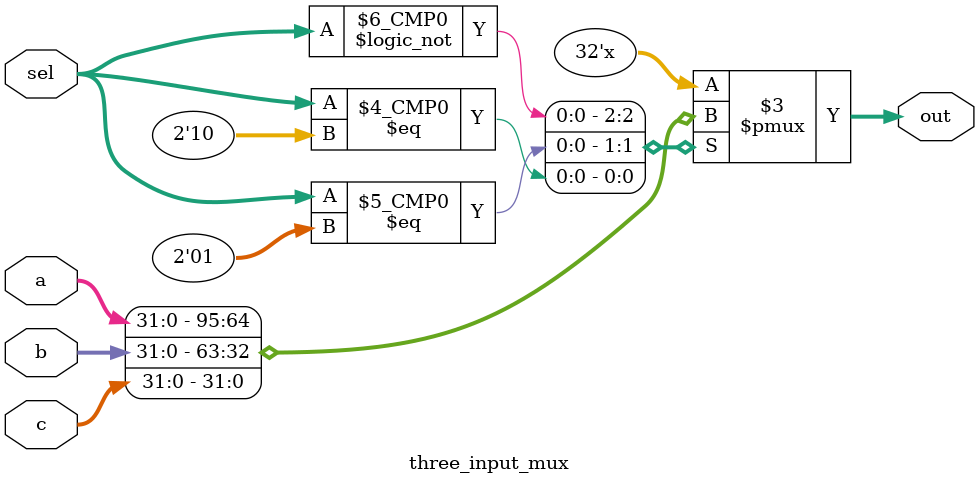
<source format=v>
`timescale 1ns / 1ps
module three_input_mux
  (
    input[31:0] a,
    input[31:0] b,
    input[31:0] c,
    input [1:0] sel,
    output reg [31:0] out
  );
  always @(*)
    begin
      case(sel[1:0])
        2'b00: out = a;
        2'b01: out = b;
        2'b10: out = c;
      endcase
    end
endmodule
</source>
